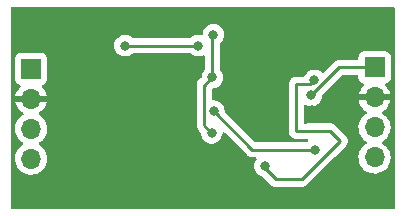
<source format=gbr>
%TF.GenerationSoftware,KiCad,Pcbnew,(6.0.4-0)*%
%TF.CreationDate,2022-05-03T23:28:53-04:00*%
%TF.ProjectId,antennaamp,616e7465-6e6e-4616-916d-702e6b696361,rev?*%
%TF.SameCoordinates,Original*%
%TF.FileFunction,Copper,L2,Bot*%
%TF.FilePolarity,Positive*%
%FSLAX46Y46*%
G04 Gerber Fmt 4.6, Leading zero omitted, Abs format (unit mm)*
G04 Created by KiCad (PCBNEW (6.0.4-0)) date 2022-05-03 23:28:53*
%MOMM*%
%LPD*%
G01*
G04 APERTURE LIST*
%TA.AperFunction,ComponentPad*%
%ADD10R,1.700000X1.700000*%
%TD*%
%TA.AperFunction,ComponentPad*%
%ADD11O,1.700000X1.700000*%
%TD*%
%TA.AperFunction,ViaPad*%
%ADD12C,0.800000*%
%TD*%
%TA.AperFunction,Conductor*%
%ADD13C,0.250000*%
%TD*%
G04 APERTURE END LIST*
D10*
%TO.P,J2,1,Pin_1*%
%TO.N,Net-(J2-Pad1)*%
X62625000Y-59125000D03*
D11*
%TO.P,J2,2,Pin_2*%
%TO.N,GND*%
X62625000Y-61665000D03*
%TO.P,J2,3,Pin_3*%
%TO.N,unconnected-(J2-Pad3)*%
X62625000Y-64205000D03*
%TO.P,J2,4,Pin_4*%
%TO.N,unconnected-(J2-Pad4)*%
X62625000Y-66745000D03*
%TD*%
D10*
%TO.P,J1,1,Pin_1*%
%TO.N,+12V*%
X91700000Y-59025000D03*
D11*
%TO.P,J1,2,Pin_2*%
%TO.N,GND*%
X91700000Y-61565000D03*
%TO.P,J1,3,Pin_3*%
%TO.N,unconnected-(J1-Pad3)*%
X91700000Y-64105000D03*
%TO.P,J1,4,Pin_4*%
%TO.N,-12V*%
X91700000Y-66645000D03*
%TD*%
D12*
%TO.N,Net-(R3-Pad1)*%
X78050000Y-56255184D03*
X77962500Y-59862500D03*
X77900000Y-64575000D03*
%TO.N,Net-(C6-Pad1)*%
X82400000Y-67375000D03*
X86600201Y-60125201D03*
%TO.N,Net-(C1-Pad2)*%
X76775000Y-57175000D03*
X70575000Y-57175000D03*
%TO.N,GND*%
X86425000Y-62625000D03*
X88300000Y-62625000D03*
%TO.N,-12V*%
X78100000Y-62725000D03*
X86650000Y-65975000D03*
%TO.N,+12V*%
X86350000Y-61400000D03*
%TD*%
D13*
%TO.N,Net-(R3-Pad1)*%
X77962500Y-59862500D02*
X77962500Y-56342684D01*
X77962500Y-56342684D02*
X78050000Y-56255184D01*
X77962500Y-59862500D02*
X77337989Y-60487011D01*
X77337989Y-60487011D02*
X77275000Y-60487011D01*
X77275000Y-60487011D02*
X77275000Y-63912989D01*
X77375489Y-64050489D02*
X77900000Y-64575000D01*
%TO.N,Net-(C6-Pad1)*%
X85075000Y-64425000D02*
X85075000Y-60450000D01*
X85075000Y-60450000D02*
X86275402Y-60450000D01*
X86275402Y-60450000D02*
X86600201Y-60125201D01*
X82400000Y-67375000D02*
X82400000Y-67575000D01*
X82400000Y-67575000D02*
X83325000Y-68500000D01*
X87925000Y-64375000D02*
X86174614Y-64375000D01*
X88800000Y-65250000D02*
X87925000Y-64375000D01*
X86174614Y-64375000D02*
X86124614Y-64425000D01*
X83325000Y-68500000D02*
X85550000Y-68500000D01*
X85550000Y-68500000D02*
X88800000Y-65250000D01*
X86124614Y-64425000D02*
X85075000Y-64425000D01*
%TO.N,Net-(C1-Pad2)*%
X76775000Y-57175000D02*
X70575000Y-57175000D01*
%TO.N,GND*%
X88300000Y-62625000D02*
X86425000Y-62625000D01*
%TO.N,-12V*%
X81350000Y-65975000D02*
X78100000Y-62725000D01*
X86650000Y-65975000D02*
X81350000Y-65975000D01*
%TO.N,+12V*%
X88725000Y-59025000D02*
X91700000Y-59025000D01*
X86350000Y-61400000D02*
X88725000Y-59025000D01*
%TD*%
%TA.AperFunction,Conductor*%
%TO.N,GND*%
G36*
X93383621Y-53903502D02*
G01*
X93430114Y-53957158D01*
X93441500Y-54009500D01*
X93441500Y-70915500D01*
X93421498Y-70983621D01*
X93367842Y-71030114D01*
X93315500Y-71041500D01*
X61059500Y-71041500D01*
X60991379Y-71021498D01*
X60944886Y-70967842D01*
X60933500Y-70915500D01*
X60933500Y-66711695D01*
X61262251Y-66711695D01*
X61262548Y-66716848D01*
X61262548Y-66716851D01*
X61268427Y-66818810D01*
X61275110Y-66934715D01*
X61276247Y-66939761D01*
X61276248Y-66939767D01*
X61279091Y-66952380D01*
X61324222Y-67152639D01*
X61408266Y-67359616D01*
X61459019Y-67442438D01*
X61513987Y-67532137D01*
X61524987Y-67550088D01*
X61671250Y-67718938D01*
X61843126Y-67861632D01*
X62036000Y-67974338D01*
X62040825Y-67976180D01*
X62040826Y-67976181D01*
X62046553Y-67978368D01*
X62244692Y-68054030D01*
X62249760Y-68055061D01*
X62249763Y-68055062D01*
X62357017Y-68076883D01*
X62463597Y-68098567D01*
X62468772Y-68098757D01*
X62468774Y-68098757D01*
X62681673Y-68106564D01*
X62681677Y-68106564D01*
X62686837Y-68106753D01*
X62691957Y-68106097D01*
X62691959Y-68106097D01*
X62903288Y-68079025D01*
X62903289Y-68079025D01*
X62908416Y-68078368D01*
X62913366Y-68076883D01*
X63117429Y-68015661D01*
X63117434Y-68015659D01*
X63122384Y-68014174D01*
X63322994Y-67915896D01*
X63504860Y-67786173D01*
X63532804Y-67758327D01*
X63659435Y-67632137D01*
X63663096Y-67628489D01*
X63667587Y-67622240D01*
X63790435Y-67451277D01*
X63793453Y-67447077D01*
X63829076Y-67375000D01*
X63890136Y-67251453D01*
X63890137Y-67251451D01*
X63892430Y-67246811D01*
X63957370Y-67033069D01*
X63986529Y-66811590D01*
X63987917Y-66754802D01*
X63988074Y-66748365D01*
X63988074Y-66748361D01*
X63988156Y-66745000D01*
X63969852Y-66522361D01*
X63915431Y-66305702D01*
X63826354Y-66100840D01*
X63742797Y-65971680D01*
X63707822Y-65917617D01*
X63707820Y-65917614D01*
X63705014Y-65913277D01*
X63554670Y-65748051D01*
X63550619Y-65744852D01*
X63550615Y-65744848D01*
X63383414Y-65612800D01*
X63383410Y-65612798D01*
X63379359Y-65609598D01*
X63338053Y-65586796D01*
X63288084Y-65536364D01*
X63273312Y-65466921D01*
X63298428Y-65400516D01*
X63325780Y-65373909D01*
X63377453Y-65337051D01*
X63504860Y-65246173D01*
X63527898Y-65223216D01*
X63620674Y-65130763D01*
X63663096Y-65088489D01*
X63667587Y-65082240D01*
X63790435Y-64911277D01*
X63793453Y-64907077D01*
X63814022Y-64865460D01*
X63890136Y-64711453D01*
X63890137Y-64711451D01*
X63892430Y-64706811D01*
X63939407Y-64552191D01*
X63955865Y-64498023D01*
X63955865Y-64498021D01*
X63957370Y-64493069D01*
X63986529Y-64271590D01*
X63988156Y-64205000D01*
X63969852Y-63982361D01*
X63915431Y-63765702D01*
X63826354Y-63560840D01*
X63742797Y-63431680D01*
X63707822Y-63377617D01*
X63707820Y-63377614D01*
X63705014Y-63373277D01*
X63554670Y-63208051D01*
X63550619Y-63204852D01*
X63550615Y-63204848D01*
X63383414Y-63072800D01*
X63383410Y-63072798D01*
X63379359Y-63069598D01*
X63337569Y-63046529D01*
X63287598Y-62996097D01*
X63272826Y-62926654D01*
X63297942Y-62860248D01*
X63325294Y-62833641D01*
X63500328Y-62708792D01*
X63508200Y-62702139D01*
X63659052Y-62551812D01*
X63665730Y-62543965D01*
X63790003Y-62371020D01*
X63795313Y-62362183D01*
X63889670Y-62171267D01*
X63893469Y-62161672D01*
X63955377Y-61957910D01*
X63957555Y-61947837D01*
X63958986Y-61936962D01*
X63956775Y-61922778D01*
X63943617Y-61919000D01*
X61308225Y-61919000D01*
X61294694Y-61922973D01*
X61293257Y-61932966D01*
X61323565Y-62067446D01*
X61326645Y-62077275D01*
X61406770Y-62274603D01*
X61411413Y-62283794D01*
X61522694Y-62465388D01*
X61528777Y-62473699D01*
X61668213Y-62634667D01*
X61675580Y-62641883D01*
X61839434Y-62777916D01*
X61847881Y-62783831D01*
X61916969Y-62824203D01*
X61965693Y-62875842D01*
X61978764Y-62945625D01*
X61952033Y-63011396D01*
X61911584Y-63044752D01*
X61898607Y-63051507D01*
X61894474Y-63054610D01*
X61894471Y-63054612D01*
X61724100Y-63182530D01*
X61719965Y-63185635D01*
X61565629Y-63347138D01*
X61439743Y-63531680D01*
X61345688Y-63734305D01*
X61285989Y-63949570D01*
X61262251Y-64171695D01*
X61262548Y-64176848D01*
X61262548Y-64176851D01*
X61272537Y-64350096D01*
X61275110Y-64394715D01*
X61276247Y-64399761D01*
X61276248Y-64399767D01*
X61290025Y-64460897D01*
X61324222Y-64612639D01*
X61408266Y-64819616D01*
X61436359Y-64865460D01*
X61513987Y-64992137D01*
X61524987Y-65010088D01*
X61671250Y-65178938D01*
X61790795Y-65278186D01*
X61836480Y-65316114D01*
X61843126Y-65321632D01*
X61864870Y-65334338D01*
X61916445Y-65364476D01*
X61965169Y-65416114D01*
X61978240Y-65485897D01*
X61951509Y-65551669D01*
X61911055Y-65585027D01*
X61898607Y-65591507D01*
X61894474Y-65594610D01*
X61894471Y-65594612D01*
X61724100Y-65722530D01*
X61719965Y-65725635D01*
X61565629Y-65887138D01*
X61439743Y-66071680D01*
X61345688Y-66274305D01*
X61285989Y-66489570D01*
X61262251Y-66711695D01*
X60933500Y-66711695D01*
X60933500Y-60023134D01*
X61266500Y-60023134D01*
X61273255Y-60085316D01*
X61324385Y-60221705D01*
X61411739Y-60338261D01*
X61528295Y-60425615D01*
X61536704Y-60428767D01*
X61536705Y-60428768D01*
X61645960Y-60469726D01*
X61702725Y-60512367D01*
X61727425Y-60578929D01*
X61712218Y-60648278D01*
X61692825Y-60674759D01*
X61569590Y-60803717D01*
X61563104Y-60811727D01*
X61443098Y-60987649D01*
X61438000Y-60996623D01*
X61348338Y-61189783D01*
X61344775Y-61199470D01*
X61289389Y-61399183D01*
X61290912Y-61407607D01*
X61303292Y-61411000D01*
X63943344Y-61411000D01*
X63956875Y-61407027D01*
X63958180Y-61397947D01*
X63916214Y-61230875D01*
X63912894Y-61221124D01*
X63827972Y-61025814D01*
X63823105Y-61016739D01*
X63707426Y-60837926D01*
X63701136Y-60829757D01*
X63557293Y-60671677D01*
X63526241Y-60607831D01*
X63534635Y-60537333D01*
X63579812Y-60482564D01*
X63606256Y-60468895D01*
X63713297Y-60428767D01*
X63721705Y-60425615D01*
X63838261Y-60338261D01*
X63925615Y-60221705D01*
X63976745Y-60085316D01*
X63983500Y-60023134D01*
X63983500Y-58226866D01*
X63976745Y-58164684D01*
X63925615Y-58028295D01*
X63838261Y-57911739D01*
X63721705Y-57824385D01*
X63585316Y-57773255D01*
X63523134Y-57766500D01*
X61726866Y-57766500D01*
X61664684Y-57773255D01*
X61528295Y-57824385D01*
X61411739Y-57911739D01*
X61324385Y-58028295D01*
X61273255Y-58164684D01*
X61266500Y-58226866D01*
X61266500Y-60023134D01*
X60933500Y-60023134D01*
X60933500Y-57175000D01*
X69661496Y-57175000D01*
X69681458Y-57364928D01*
X69740473Y-57546556D01*
X69835960Y-57711944D01*
X69840378Y-57716851D01*
X69840379Y-57716852D01*
X69934364Y-57821233D01*
X69963747Y-57853866D01*
X70118248Y-57966118D01*
X70124276Y-57968802D01*
X70124278Y-57968803D01*
X70276785Y-58036703D01*
X70292712Y-58043794D01*
X70386113Y-58063647D01*
X70473056Y-58082128D01*
X70473061Y-58082128D01*
X70479513Y-58083500D01*
X70670487Y-58083500D01*
X70676939Y-58082128D01*
X70676944Y-58082128D01*
X70763887Y-58063647D01*
X70857288Y-58043794D01*
X70873215Y-58036703D01*
X71025722Y-57968803D01*
X71025724Y-57968802D01*
X71031752Y-57966118D01*
X71186253Y-57853866D01*
X71190668Y-57848963D01*
X71195580Y-57844540D01*
X71196705Y-57845789D01*
X71250014Y-57812949D01*
X71283200Y-57808500D01*
X76066800Y-57808500D01*
X76134921Y-57828502D01*
X76154147Y-57844843D01*
X76154420Y-57844540D01*
X76159332Y-57848963D01*
X76163747Y-57853866D01*
X76318248Y-57966118D01*
X76324276Y-57968802D01*
X76324278Y-57968803D01*
X76476785Y-58036703D01*
X76492712Y-58043794D01*
X76586113Y-58063647D01*
X76673056Y-58082128D01*
X76673061Y-58082128D01*
X76679513Y-58083500D01*
X76870487Y-58083500D01*
X76876939Y-58082128D01*
X76876944Y-58082128D01*
X76963887Y-58063647D01*
X77057288Y-58043794D01*
X77063315Y-58041111D01*
X77063323Y-58041108D01*
X77151752Y-58001737D01*
X77222119Y-57992303D01*
X77286416Y-58022410D01*
X77324229Y-58082499D01*
X77329000Y-58116844D01*
X77329000Y-59159976D01*
X77308998Y-59228097D01*
X77296642Y-59244279D01*
X77223460Y-59325556D01*
X77220159Y-59331274D01*
X77131575Y-59484706D01*
X77127973Y-59490944D01*
X77068958Y-59672572D01*
X77068269Y-59679131D01*
X77068268Y-59679134D01*
X77053392Y-59820673D01*
X77026379Y-59886329D01*
X76981151Y-59919720D01*
X76981701Y-59920721D01*
X76974749Y-59924543D01*
X76967383Y-59927459D01*
X76960975Y-59932115D01*
X76960969Y-59932118D01*
X76921948Y-59960469D01*
X76915411Y-59964912D01*
X76867982Y-59995011D01*
X76862556Y-60000789D01*
X76862555Y-60000790D01*
X76862341Y-60001018D01*
X76844554Y-60016699D01*
X76844309Y-60016877D01*
X76844307Y-60016879D01*
X76837893Y-60021539D01*
X76832839Y-60027648D01*
X76832838Y-60027649D01*
X76802097Y-60064807D01*
X76796866Y-60070741D01*
X76763842Y-60105909D01*
X76763840Y-60105912D01*
X76758414Y-60111690D01*
X76754445Y-60118910D01*
X76741119Y-60138517D01*
X76740920Y-60138757D01*
X76740916Y-60138764D01*
X76735867Y-60144867D01*
X76732493Y-60152038D01*
X76711953Y-60195687D01*
X76708371Y-60202719D01*
X76681305Y-60251951D01*
X76679335Y-60259626D01*
X76679332Y-60259632D01*
X76679256Y-60259930D01*
X76671224Y-60282239D01*
X76671094Y-60282514D01*
X76671091Y-60282522D01*
X76667717Y-60289693D01*
X76657426Y-60343642D01*
X76657195Y-60344854D01*
X76655471Y-60352569D01*
X76641500Y-60406981D01*
X76641500Y-60415218D01*
X76639268Y-60438827D01*
X76637725Y-60446917D01*
X76639108Y-60468895D01*
X76641251Y-60502962D01*
X76641500Y-60510873D01*
X76641500Y-63952845D01*
X76656526Y-64071786D01*
X76715448Y-64220606D01*
X76720106Y-64227017D01*
X76720107Y-64227019D01*
X76769291Y-64294715D01*
X76809528Y-64350096D01*
X76815637Y-64355150D01*
X76817013Y-64356615D01*
X76833618Y-64378731D01*
X76842098Y-64393069D01*
X76870947Y-64441851D01*
X76952878Y-64523782D01*
X76986904Y-64586094D01*
X76989092Y-64599703D01*
X76997652Y-64681144D01*
X77001696Y-64719616D01*
X77006458Y-64764928D01*
X77065473Y-64946556D01*
X77068776Y-64952278D01*
X77068777Y-64952279D01*
X77090400Y-64989731D01*
X77160960Y-65111944D01*
X77165378Y-65116851D01*
X77165379Y-65116852D01*
X77259723Y-65221632D01*
X77288747Y-65253866D01*
X77443248Y-65366118D01*
X77449276Y-65368802D01*
X77449278Y-65368803D01*
X77604824Y-65438056D01*
X77617712Y-65443794D01*
X77711112Y-65463647D01*
X77798056Y-65482128D01*
X77798061Y-65482128D01*
X77804513Y-65483500D01*
X77995487Y-65483500D01*
X78001939Y-65482128D01*
X78001944Y-65482128D01*
X78088888Y-65463647D01*
X78182288Y-65443794D01*
X78195176Y-65438056D01*
X78350722Y-65368803D01*
X78350724Y-65368802D01*
X78356752Y-65366118D01*
X78511253Y-65253866D01*
X78540277Y-65221632D01*
X78634621Y-65116852D01*
X78634622Y-65116851D01*
X78639040Y-65111944D01*
X78709600Y-64989731D01*
X78731223Y-64952279D01*
X78731224Y-64952278D01*
X78734527Y-64946556D01*
X78793542Y-64764928D01*
X78797842Y-64724020D01*
X78808774Y-64620007D01*
X78835787Y-64554350D01*
X78894009Y-64513721D01*
X78964954Y-64511018D01*
X79023179Y-64544083D01*
X79937349Y-65458254D01*
X80846348Y-66367253D01*
X80853888Y-66375539D01*
X80858000Y-66382018D01*
X80863777Y-66387443D01*
X80907651Y-66428643D01*
X80910493Y-66431398D01*
X80930230Y-66451135D01*
X80933427Y-66453615D01*
X80942447Y-66461318D01*
X80974679Y-66491586D01*
X80981625Y-66495405D01*
X80981628Y-66495407D01*
X80992434Y-66501348D01*
X81008953Y-66512199D01*
X81024959Y-66524614D01*
X81032228Y-66527759D01*
X81032232Y-66527762D01*
X81065537Y-66542174D01*
X81076187Y-66547391D01*
X81114940Y-66568695D01*
X81122615Y-66570666D01*
X81122616Y-66570666D01*
X81134562Y-66573733D01*
X81153267Y-66580137D01*
X81171855Y-66588181D01*
X81179678Y-66589420D01*
X81179688Y-66589423D01*
X81215524Y-66595099D01*
X81227144Y-66597505D01*
X81262289Y-66606528D01*
X81269970Y-66608500D01*
X81290224Y-66608500D01*
X81309934Y-66610051D01*
X81329943Y-66613220D01*
X81337835Y-66612474D01*
X81373961Y-66609059D01*
X81385819Y-66608500D01*
X81584653Y-66608500D01*
X81652774Y-66628502D01*
X81699267Y-66682158D01*
X81709371Y-66752432D01*
X81678291Y-66818808D01*
X81660960Y-66838056D01*
X81565473Y-67003444D01*
X81506458Y-67185072D01*
X81486496Y-67375000D01*
X81487186Y-67381565D01*
X81505109Y-67552090D01*
X81506458Y-67564928D01*
X81565473Y-67746556D01*
X81660960Y-67911944D01*
X81665378Y-67916851D01*
X81665379Y-67916852D01*
X81739127Y-67998757D01*
X81788747Y-68053866D01*
X81943248Y-68166118D01*
X81949276Y-68168802D01*
X81949278Y-68168803D01*
X82081453Y-68227651D01*
X82117712Y-68243794D01*
X82124164Y-68245165D01*
X82124166Y-68245166D01*
X82140460Y-68248629D01*
X82151276Y-68250928D01*
X82214176Y-68285080D01*
X82821343Y-68892247D01*
X82828887Y-68900537D01*
X82833000Y-68907018D01*
X82838777Y-68912443D01*
X82882667Y-68953658D01*
X82885509Y-68956413D01*
X82905231Y-68976135D01*
X82908355Y-68978558D01*
X82908359Y-68978562D01*
X82908424Y-68978612D01*
X82917445Y-68986317D01*
X82949679Y-69016586D01*
X82956627Y-69020405D01*
X82956629Y-69020407D01*
X82967432Y-69026346D01*
X82983959Y-69037202D01*
X82993698Y-69044757D01*
X82993700Y-69044758D01*
X82999960Y-69049614D01*
X83040540Y-69067174D01*
X83051188Y-69072391D01*
X83075976Y-69086018D01*
X83089940Y-69093695D01*
X83097616Y-69095666D01*
X83097619Y-69095667D01*
X83109562Y-69098733D01*
X83128267Y-69105137D01*
X83146855Y-69113181D01*
X83154678Y-69114420D01*
X83154688Y-69114423D01*
X83190524Y-69120099D01*
X83202144Y-69122505D01*
X83233959Y-69130673D01*
X83244970Y-69133500D01*
X83265224Y-69133500D01*
X83284934Y-69135051D01*
X83304943Y-69138220D01*
X83312835Y-69137474D01*
X83331580Y-69135702D01*
X83348962Y-69134059D01*
X83360819Y-69133500D01*
X85471233Y-69133500D01*
X85482416Y-69134027D01*
X85489909Y-69135702D01*
X85497835Y-69135453D01*
X85497836Y-69135453D01*
X85557986Y-69133562D01*
X85561945Y-69133500D01*
X85589856Y-69133500D01*
X85593791Y-69133003D01*
X85593856Y-69132995D01*
X85605693Y-69132062D01*
X85637951Y-69131048D01*
X85641970Y-69130922D01*
X85649889Y-69130673D01*
X85669343Y-69125021D01*
X85688700Y-69121013D01*
X85700930Y-69119468D01*
X85700931Y-69119468D01*
X85708797Y-69118474D01*
X85716168Y-69115555D01*
X85716170Y-69115555D01*
X85749912Y-69102196D01*
X85761142Y-69098351D01*
X85795983Y-69088229D01*
X85795984Y-69088229D01*
X85803593Y-69086018D01*
X85810412Y-69081985D01*
X85810417Y-69081983D01*
X85821028Y-69075707D01*
X85838776Y-69067012D01*
X85857617Y-69059552D01*
X85893387Y-69033564D01*
X85903307Y-69027048D01*
X85934535Y-69008580D01*
X85934538Y-69008578D01*
X85941362Y-69004542D01*
X85955683Y-68990221D01*
X85970717Y-68977380D01*
X85972431Y-68976135D01*
X85987107Y-68965472D01*
X86015298Y-68931395D01*
X86023288Y-68922616D01*
X88334210Y-66611695D01*
X90337251Y-66611695D01*
X90337548Y-66616848D01*
X90337548Y-66616851D01*
X90343011Y-66711590D01*
X90350110Y-66834715D01*
X90351247Y-66839761D01*
X90351248Y-66839767D01*
X90371119Y-66927939D01*
X90399222Y-67052639D01*
X90483266Y-67259616D01*
X90599987Y-67450088D01*
X90746250Y-67618938D01*
X90918126Y-67761632D01*
X91111000Y-67874338D01*
X91319692Y-67954030D01*
X91324760Y-67955061D01*
X91324763Y-67955062D01*
X91419508Y-67974338D01*
X91538597Y-67998567D01*
X91543772Y-67998757D01*
X91543774Y-67998757D01*
X91756673Y-68006564D01*
X91756677Y-68006564D01*
X91761837Y-68006753D01*
X91766957Y-68006097D01*
X91766959Y-68006097D01*
X91978288Y-67979025D01*
X91978289Y-67979025D01*
X91983416Y-67978368D01*
X92005538Y-67971731D01*
X92192429Y-67915661D01*
X92192434Y-67915659D01*
X92197384Y-67914174D01*
X92397994Y-67815896D01*
X92579860Y-67686173D01*
X92738096Y-67528489D01*
X92797594Y-67445689D01*
X92865435Y-67351277D01*
X92868453Y-67347077D01*
X92948521Y-67185072D01*
X92965136Y-67151453D01*
X92965137Y-67151451D01*
X92967430Y-67146811D01*
X93032370Y-66933069D01*
X93061529Y-66711590D01*
X93062845Y-66657745D01*
X93063074Y-66648365D01*
X93063074Y-66648361D01*
X93063156Y-66645000D01*
X93044852Y-66422361D01*
X92990431Y-66205702D01*
X92901354Y-66000840D01*
X92780014Y-65813277D01*
X92629670Y-65648051D01*
X92625619Y-65644852D01*
X92625615Y-65644848D01*
X92458414Y-65512800D01*
X92458410Y-65512798D01*
X92454359Y-65509598D01*
X92413053Y-65486796D01*
X92363084Y-65436364D01*
X92348312Y-65366921D01*
X92373428Y-65300516D01*
X92400780Y-65273909D01*
X92453315Y-65236436D01*
X92579860Y-65146173D01*
X92607225Y-65118904D01*
X92682844Y-65043548D01*
X92738096Y-64988489D01*
X92755598Y-64964133D01*
X92865435Y-64811277D01*
X92868453Y-64807077D01*
X92879563Y-64784599D01*
X92965136Y-64611453D01*
X92965137Y-64611451D01*
X92967430Y-64606811D01*
X93032370Y-64393069D01*
X93061529Y-64171590D01*
X93063156Y-64105000D01*
X93044852Y-63882361D01*
X92990431Y-63665702D01*
X92901354Y-63460840D01*
X92780014Y-63273277D01*
X92629670Y-63108051D01*
X92625619Y-63104852D01*
X92625615Y-63104848D01*
X92458414Y-62972800D01*
X92458410Y-62972798D01*
X92454359Y-62969598D01*
X92439940Y-62961638D01*
X92417270Y-62949124D01*
X92412569Y-62946529D01*
X92362598Y-62896097D01*
X92347826Y-62826654D01*
X92372942Y-62760248D01*
X92400294Y-62733641D01*
X92575328Y-62608792D01*
X92583200Y-62602139D01*
X92734052Y-62451812D01*
X92740730Y-62443965D01*
X92865003Y-62271020D01*
X92870313Y-62262183D01*
X92964670Y-62071267D01*
X92968469Y-62061672D01*
X93030377Y-61857910D01*
X93032555Y-61847837D01*
X93033986Y-61836962D01*
X93031775Y-61822778D01*
X93018617Y-61819000D01*
X90383225Y-61819000D01*
X90369694Y-61822973D01*
X90368257Y-61832966D01*
X90398565Y-61967446D01*
X90401645Y-61977275D01*
X90481770Y-62174603D01*
X90486413Y-62183794D01*
X90597694Y-62365388D01*
X90603777Y-62373699D01*
X90743213Y-62534667D01*
X90750580Y-62541883D01*
X90914434Y-62677916D01*
X90922881Y-62683831D01*
X90991969Y-62724203D01*
X91040693Y-62775842D01*
X91053764Y-62845625D01*
X91027033Y-62911396D01*
X90986584Y-62944752D01*
X90973607Y-62951507D01*
X90969474Y-62954610D01*
X90969471Y-62954612D01*
X90799100Y-63082530D01*
X90794965Y-63085635D01*
X90640629Y-63247138D01*
X90514743Y-63431680D01*
X90499003Y-63465590D01*
X90430535Y-63613092D01*
X90420688Y-63634305D01*
X90360989Y-63849570D01*
X90337251Y-64071695D01*
X90337548Y-64076848D01*
X90337548Y-64076851D01*
X90343011Y-64171590D01*
X90350110Y-64294715D01*
X90351247Y-64299761D01*
X90351248Y-64299767D01*
X90372275Y-64393069D01*
X90399222Y-64512639D01*
X90483266Y-64719616D01*
X90523437Y-64785170D01*
X90595726Y-64903134D01*
X90599987Y-64910088D01*
X90746250Y-65078938D01*
X90918126Y-65221632D01*
X90943460Y-65236436D01*
X90991445Y-65264476D01*
X91040169Y-65316114D01*
X91053240Y-65385897D01*
X91026509Y-65451669D01*
X90986055Y-65485027D01*
X90973607Y-65491507D01*
X90969474Y-65494610D01*
X90969471Y-65494612D01*
X90809321Y-65614856D01*
X90794965Y-65625635D01*
X90755783Y-65666637D01*
X90691956Y-65733428D01*
X90640629Y-65787138D01*
X90514743Y-65971680D01*
X90420688Y-66174305D01*
X90360989Y-66389570D01*
X90337251Y-66611695D01*
X88334210Y-66611695D01*
X89197185Y-65748720D01*
X89215455Y-65733604D01*
X89222271Y-65728972D01*
X89227951Y-65722530D01*
X89259411Y-65686845D01*
X89264830Y-65681075D01*
X89276135Y-65669770D01*
X89285943Y-65657126D01*
X89290988Y-65651028D01*
X89322878Y-65614856D01*
X89322878Y-65614855D01*
X89328120Y-65608910D01*
X89331720Y-65601845D01*
X89331860Y-65601571D01*
X89344566Y-65581550D01*
X89344752Y-65581310D01*
X89344754Y-65581306D01*
X89349614Y-65575041D01*
X89371912Y-65523513D01*
X89375282Y-65516352D01*
X89397184Y-65473366D01*
X89397185Y-65473364D01*
X89400786Y-65466296D01*
X89402585Y-65458248D01*
X89409909Y-65435707D01*
X89413181Y-65428145D01*
X89419483Y-65388357D01*
X89421967Y-65372674D01*
X89423450Y-65364901D01*
X89423545Y-65364476D01*
X89435702Y-65310091D01*
X89435443Y-65301857D01*
X89436933Y-65278186D01*
X89436980Y-65277890D01*
X89436980Y-65277885D01*
X89438220Y-65270057D01*
X89435042Y-65236436D01*
X89432936Y-65214153D01*
X89432439Y-65206255D01*
X89430923Y-65158038D01*
X89430674Y-65150111D01*
X89428376Y-65142202D01*
X89423932Y-65118904D01*
X89423903Y-65118599D01*
X89423157Y-65110708D01*
X89404131Y-65057862D01*
X89401686Y-65050336D01*
X89388229Y-65004016D01*
X89388228Y-65004014D01*
X89386018Y-64996407D01*
X89381985Y-64989587D01*
X89381982Y-64989581D01*
X89381823Y-64989312D01*
X89371733Y-64967868D01*
X89371628Y-64967577D01*
X89371624Y-64967569D01*
X89368939Y-64960111D01*
X89337354Y-64913635D01*
X89333145Y-64907004D01*
X89304542Y-64858638D01*
X89298722Y-64852818D01*
X89283606Y-64834547D01*
X89283431Y-64834290D01*
X89278972Y-64827729D01*
X89236845Y-64790589D01*
X89231074Y-64785170D01*
X88428647Y-63982742D01*
X88421113Y-63974463D01*
X88417000Y-63967982D01*
X88367348Y-63921356D01*
X88364507Y-63918602D01*
X88344770Y-63898865D01*
X88341573Y-63896385D01*
X88332551Y-63888680D01*
X88306100Y-63863841D01*
X88300321Y-63858414D01*
X88293375Y-63854595D01*
X88293372Y-63854593D01*
X88282566Y-63848652D01*
X88266047Y-63837801D01*
X88265583Y-63837441D01*
X88250041Y-63825386D01*
X88242772Y-63822241D01*
X88242768Y-63822238D01*
X88209463Y-63807826D01*
X88198813Y-63802609D01*
X88160060Y-63781305D01*
X88140437Y-63776267D01*
X88121734Y-63769863D01*
X88110420Y-63764967D01*
X88110419Y-63764967D01*
X88103145Y-63761819D01*
X88095322Y-63760580D01*
X88095312Y-63760577D01*
X88059476Y-63754901D01*
X88047856Y-63752495D01*
X88012711Y-63743472D01*
X88012710Y-63743472D01*
X88005030Y-63741500D01*
X87984776Y-63741500D01*
X87965065Y-63739949D01*
X87952886Y-63738020D01*
X87945057Y-63736780D01*
X87915786Y-63739547D01*
X87901039Y-63740941D01*
X87889181Y-63741500D01*
X86253382Y-63741500D01*
X86242199Y-63740973D01*
X86234706Y-63739298D01*
X86226780Y-63739547D01*
X86226779Y-63739547D01*
X86166616Y-63741438D01*
X86162658Y-63741500D01*
X86134758Y-63741500D01*
X86130768Y-63742004D01*
X86118934Y-63742936D01*
X86074725Y-63744326D01*
X86067109Y-63746539D01*
X86067107Y-63746539D01*
X86055266Y-63749979D01*
X86035907Y-63753988D01*
X86034597Y-63754154D01*
X86015817Y-63756526D01*
X86008451Y-63759442D01*
X86008445Y-63759444D01*
X85974712Y-63772800D01*
X85963485Y-63776644D01*
X85929569Y-63786498D01*
X85894419Y-63791500D01*
X85834500Y-63791500D01*
X85766379Y-63771498D01*
X85719886Y-63717842D01*
X85708500Y-63665500D01*
X85708500Y-62301895D01*
X85728502Y-62233774D01*
X85782158Y-62187281D01*
X85852432Y-62177177D01*
X85893176Y-62191280D01*
X85893248Y-62191118D01*
X85899276Y-62193802D01*
X85899278Y-62193803D01*
X85989055Y-62233774D01*
X86067712Y-62268794D01*
X86161113Y-62288647D01*
X86248056Y-62307128D01*
X86248061Y-62307128D01*
X86254513Y-62308500D01*
X86445487Y-62308500D01*
X86451939Y-62307128D01*
X86451944Y-62307128D01*
X86538887Y-62288647D01*
X86632288Y-62268794D01*
X86710945Y-62233774D01*
X86800722Y-62193803D01*
X86800724Y-62193802D01*
X86806752Y-62191118D01*
X86834075Y-62171267D01*
X86862157Y-62150864D01*
X86961253Y-62078866D01*
X87089040Y-61936944D01*
X87184527Y-61771556D01*
X87243542Y-61589928D01*
X87260907Y-61424706D01*
X87287920Y-61359050D01*
X87297122Y-61348782D01*
X88950499Y-59695405D01*
X89012811Y-59661379D01*
X89039594Y-59658500D01*
X90215500Y-59658500D01*
X90283621Y-59678502D01*
X90330114Y-59732158D01*
X90341500Y-59784500D01*
X90341500Y-59923134D01*
X90348255Y-59985316D01*
X90399385Y-60121705D01*
X90486739Y-60238261D01*
X90603295Y-60325615D01*
X90611704Y-60328767D01*
X90611705Y-60328768D01*
X90720960Y-60369726D01*
X90777725Y-60412367D01*
X90802425Y-60478929D01*
X90787218Y-60548278D01*
X90767825Y-60574759D01*
X90644590Y-60703717D01*
X90638104Y-60711727D01*
X90518098Y-60887649D01*
X90513000Y-60896623D01*
X90423338Y-61089783D01*
X90419775Y-61099470D01*
X90364389Y-61299183D01*
X90365912Y-61307607D01*
X90378292Y-61311000D01*
X93018344Y-61311000D01*
X93031875Y-61307027D01*
X93033180Y-61297947D01*
X92991214Y-61130875D01*
X92987894Y-61121124D01*
X92902972Y-60925814D01*
X92898105Y-60916739D01*
X92782426Y-60737926D01*
X92776136Y-60729757D01*
X92632293Y-60571677D01*
X92601241Y-60507831D01*
X92609635Y-60437333D01*
X92654812Y-60382564D01*
X92681256Y-60368895D01*
X92788297Y-60328767D01*
X92796705Y-60325615D01*
X92913261Y-60238261D01*
X93000615Y-60121705D01*
X93051745Y-59985316D01*
X93058500Y-59923134D01*
X93058500Y-58126866D01*
X93051745Y-58064684D01*
X93000615Y-57928295D01*
X92913261Y-57811739D01*
X92796705Y-57724385D01*
X92660316Y-57673255D01*
X92598134Y-57666500D01*
X90801866Y-57666500D01*
X90739684Y-57673255D01*
X90603295Y-57724385D01*
X90486739Y-57811739D01*
X90399385Y-57928295D01*
X90348255Y-58064684D01*
X90341500Y-58126866D01*
X90341500Y-58265500D01*
X90321498Y-58333621D01*
X90267842Y-58380114D01*
X90215500Y-58391500D01*
X88803767Y-58391500D01*
X88792584Y-58390973D01*
X88785091Y-58389298D01*
X88777165Y-58389547D01*
X88777164Y-58389547D01*
X88717014Y-58391438D01*
X88713055Y-58391500D01*
X88685144Y-58391500D01*
X88681210Y-58391997D01*
X88681209Y-58391997D01*
X88681144Y-58392005D01*
X88669307Y-58392938D01*
X88637490Y-58393938D01*
X88633029Y-58394078D01*
X88625110Y-58394327D01*
X88607454Y-58399456D01*
X88605658Y-58399978D01*
X88586306Y-58403986D01*
X88579235Y-58404880D01*
X88566203Y-58406526D01*
X88558834Y-58409443D01*
X88558832Y-58409444D01*
X88525097Y-58422800D01*
X88513869Y-58426645D01*
X88471407Y-58438982D01*
X88464585Y-58443016D01*
X88464579Y-58443019D01*
X88453968Y-58449294D01*
X88436218Y-58457990D01*
X88424756Y-58462528D01*
X88424751Y-58462531D01*
X88417383Y-58465448D01*
X88410968Y-58470109D01*
X88381625Y-58491427D01*
X88371707Y-58497943D01*
X88353019Y-58508995D01*
X88333637Y-58520458D01*
X88319313Y-58534782D01*
X88304281Y-58547621D01*
X88287893Y-58559528D01*
X88259712Y-58593593D01*
X88251722Y-58602373D01*
X87398350Y-59455745D01*
X87336038Y-59489771D01*
X87265223Y-59484706D01*
X87221441Y-59454924D01*
X87220778Y-59455660D01*
X87215876Y-59451246D01*
X87211454Y-59446335D01*
X87056953Y-59334083D01*
X87050925Y-59331399D01*
X87050923Y-59331398D01*
X86888520Y-59259092D01*
X86888519Y-59259092D01*
X86882489Y-59256407D01*
X86789089Y-59236554D01*
X86702145Y-59218073D01*
X86702140Y-59218073D01*
X86695688Y-59216701D01*
X86504714Y-59216701D01*
X86498262Y-59218073D01*
X86498257Y-59218073D01*
X86411313Y-59236554D01*
X86317913Y-59256407D01*
X86311883Y-59259092D01*
X86311882Y-59259092D01*
X86149479Y-59331398D01*
X86149477Y-59331399D01*
X86143449Y-59334083D01*
X85988948Y-59446335D01*
X85984527Y-59451245D01*
X85984526Y-59451246D01*
X85954399Y-59484706D01*
X85861161Y-59588257D01*
X85799299Y-59695405D01*
X85765758Y-59753500D01*
X85714376Y-59802493D01*
X85656639Y-59816500D01*
X85146793Y-59816500D01*
X85123184Y-59814268D01*
X85122881Y-59814210D01*
X85122877Y-59814210D01*
X85115094Y-59812725D01*
X85059049Y-59816251D01*
X85051138Y-59816500D01*
X85035144Y-59816500D01*
X85019270Y-59818506D01*
X85011410Y-59819248D01*
X84988763Y-59820673D01*
X84963263Y-59822277D01*
X84963262Y-59822277D01*
X84955350Y-59822775D01*
X84947809Y-59825225D01*
X84947513Y-59825321D01*
X84924369Y-59830494D01*
X84924065Y-59830532D01*
X84924060Y-59830533D01*
X84916203Y-59831526D01*
X84908838Y-59834442D01*
X84908834Y-59834443D01*
X84863989Y-59852199D01*
X84856570Y-59854871D01*
X84803125Y-59872236D01*
X84796429Y-59876486D01*
X84796428Y-59876486D01*
X84796169Y-59876650D01*
X84775042Y-59887415D01*
X84774754Y-59887529D01*
X84774749Y-59887532D01*
X84767383Y-59890448D01*
X84760975Y-59895104D01*
X84760969Y-59895107D01*
X84721948Y-59923458D01*
X84715411Y-59927901D01*
X84667982Y-59958000D01*
X84662556Y-59963778D01*
X84662555Y-59963779D01*
X84662341Y-59964007D01*
X84644554Y-59979688D01*
X84644309Y-59979866D01*
X84644307Y-59979868D01*
X84637893Y-59984528D01*
X84632839Y-59990637D01*
X84632838Y-59990638D01*
X84602097Y-60027796D01*
X84596866Y-60033730D01*
X84563842Y-60068898D01*
X84563840Y-60068901D01*
X84558414Y-60074679D01*
X84554445Y-60081899D01*
X84541119Y-60101506D01*
X84540920Y-60101746D01*
X84540916Y-60101753D01*
X84535867Y-60107856D01*
X84525969Y-60128891D01*
X84511953Y-60158676D01*
X84508371Y-60165708D01*
X84481305Y-60214940D01*
X84479335Y-60222615D01*
X84479332Y-60222621D01*
X84479256Y-60222919D01*
X84471224Y-60245228D01*
X84471094Y-60245503D01*
X84471091Y-60245511D01*
X84467717Y-60252682D01*
X84460657Y-60289693D01*
X84457195Y-60307843D01*
X84455471Y-60315558D01*
X84441500Y-60369970D01*
X84441500Y-60378207D01*
X84439268Y-60401816D01*
X84437725Y-60409906D01*
X84440551Y-60454828D01*
X84441251Y-60465951D01*
X84441500Y-60473862D01*
X84441500Y-64353207D01*
X84439268Y-64376816D01*
X84439210Y-64377118D01*
X84439210Y-64377123D01*
X84437725Y-64384906D01*
X84438660Y-64399767D01*
X84441251Y-64440945D01*
X84441500Y-64448857D01*
X84441500Y-64464856D01*
X84443506Y-64480730D01*
X84444248Y-64488590D01*
X84447775Y-64544650D01*
X84450225Y-64552191D01*
X84450321Y-64552487D01*
X84455494Y-64575631D01*
X84455532Y-64575935D01*
X84455533Y-64575940D01*
X84456526Y-64583797D01*
X84459442Y-64591162D01*
X84459443Y-64591166D01*
X84477199Y-64636011D01*
X84479871Y-64643430D01*
X84497236Y-64696875D01*
X84501486Y-64703571D01*
X84501486Y-64703572D01*
X84501650Y-64703831D01*
X84512415Y-64724958D01*
X84512529Y-64725246D01*
X84512532Y-64725251D01*
X84515448Y-64732617D01*
X84520104Y-64739025D01*
X84520107Y-64739031D01*
X84548458Y-64778052D01*
X84552901Y-64784589D01*
X84583000Y-64832018D01*
X84588778Y-64837444D01*
X84588779Y-64837445D01*
X84589007Y-64837659D01*
X84604688Y-64855446D01*
X84609528Y-64862107D01*
X84615637Y-64867161D01*
X84615638Y-64867162D01*
X84652796Y-64897903D01*
X84658730Y-64903134D01*
X84693898Y-64936158D01*
X84693901Y-64936160D01*
X84699679Y-64941586D01*
X84706903Y-64945558D01*
X84726506Y-64958881D01*
X84726746Y-64959080D01*
X84726753Y-64959084D01*
X84732856Y-64964133D01*
X84764597Y-64979069D01*
X84783676Y-64988047D01*
X84790708Y-64991629D01*
X84839940Y-65018695D01*
X84847615Y-65020665D01*
X84847621Y-65020668D01*
X84847919Y-65020744D01*
X84870228Y-65028776D01*
X84870503Y-65028906D01*
X84870511Y-65028909D01*
X84877682Y-65032283D01*
X84932849Y-65042806D01*
X84940558Y-65044529D01*
X84974551Y-65053257D01*
X84987293Y-65056529D01*
X84987294Y-65056529D01*
X84994970Y-65058500D01*
X85003207Y-65058500D01*
X85026816Y-65060732D01*
X85027119Y-65060790D01*
X85027123Y-65060790D01*
X85034906Y-65062275D01*
X85090951Y-65058749D01*
X85098862Y-65058500D01*
X85978034Y-65058500D01*
X86046155Y-65078502D01*
X86092648Y-65132158D01*
X86102752Y-65202432D01*
X86073258Y-65267012D01*
X86052095Y-65286436D01*
X86038747Y-65296134D01*
X86034332Y-65301037D01*
X86029420Y-65305460D01*
X86028295Y-65304211D01*
X85974986Y-65337051D01*
X85941800Y-65341500D01*
X81664594Y-65341500D01*
X81596473Y-65321498D01*
X81575499Y-65304595D01*
X79047122Y-62776217D01*
X79013096Y-62713905D01*
X79010907Y-62700292D01*
X78994232Y-62541635D01*
X78994232Y-62541633D01*
X78993542Y-62535072D01*
X78934527Y-62353444D01*
X78839040Y-62188056D01*
X78739293Y-62077275D01*
X78715675Y-62051045D01*
X78715674Y-62051044D01*
X78711253Y-62046134D01*
X78589824Y-61957910D01*
X78562094Y-61937763D01*
X78562093Y-61937762D01*
X78556752Y-61933882D01*
X78550724Y-61931198D01*
X78550722Y-61931197D01*
X78388319Y-61858891D01*
X78388318Y-61858891D01*
X78382288Y-61856206D01*
X78272953Y-61832966D01*
X78201944Y-61817872D01*
X78201939Y-61817872D01*
X78195487Y-61816500D01*
X78034500Y-61816500D01*
X77966379Y-61796498D01*
X77919886Y-61742842D01*
X77908500Y-61690500D01*
X77908500Y-60897000D01*
X77928502Y-60828879D01*
X77982158Y-60782386D01*
X78034500Y-60771000D01*
X78057987Y-60771000D01*
X78064439Y-60769628D01*
X78064444Y-60769628D01*
X78151388Y-60751147D01*
X78244788Y-60731294D01*
X78250819Y-60728609D01*
X78413222Y-60656303D01*
X78413224Y-60656302D01*
X78419252Y-60653618D01*
X78573753Y-60541366D01*
X78625856Y-60483500D01*
X78697121Y-60404352D01*
X78697122Y-60404351D01*
X78701540Y-60399444D01*
X78769050Y-60282514D01*
X78793723Y-60239779D01*
X78793724Y-60239778D01*
X78797027Y-60234056D01*
X78856042Y-60052428D01*
X78858647Y-60027649D01*
X78875314Y-59869065D01*
X78876004Y-59862500D01*
X78870825Y-59813223D01*
X78856732Y-59679135D01*
X78856732Y-59679133D01*
X78856042Y-59672572D01*
X78797027Y-59490944D01*
X78793426Y-59484706D01*
X78704841Y-59331274D01*
X78701540Y-59325556D01*
X78628363Y-59244285D01*
X78597647Y-59180279D01*
X78596000Y-59159976D01*
X78596000Y-57045659D01*
X78616002Y-56977538D01*
X78647939Y-56943723D01*
X78661253Y-56934050D01*
X78789040Y-56792128D01*
X78847314Y-56691194D01*
X78881223Y-56632463D01*
X78881224Y-56632462D01*
X78884527Y-56626740D01*
X78943542Y-56445112D01*
X78949978Y-56383882D01*
X78962814Y-56261749D01*
X78963504Y-56255184D01*
X78943542Y-56065256D01*
X78884527Y-55883628D01*
X78789040Y-55718240D01*
X78661253Y-55576318D01*
X78506752Y-55464066D01*
X78500724Y-55461382D01*
X78500722Y-55461381D01*
X78338319Y-55389075D01*
X78338318Y-55389075D01*
X78332288Y-55386390D01*
X78238888Y-55366537D01*
X78151944Y-55348056D01*
X78151939Y-55348056D01*
X78145487Y-55346684D01*
X77954513Y-55346684D01*
X77948061Y-55348056D01*
X77948056Y-55348056D01*
X77861112Y-55366537D01*
X77767712Y-55386390D01*
X77761682Y-55389075D01*
X77761681Y-55389075D01*
X77599278Y-55461381D01*
X77599276Y-55461382D01*
X77593248Y-55464066D01*
X77438747Y-55576318D01*
X77310960Y-55718240D01*
X77215473Y-55883628D01*
X77156458Y-56065256D01*
X77155769Y-56071815D01*
X77155768Y-56071818D01*
X77144147Y-56182389D01*
X77117134Y-56248045D01*
X77058912Y-56288675D01*
X76992640Y-56292464D01*
X76876953Y-56267873D01*
X76876940Y-56267872D01*
X76870487Y-56266500D01*
X76679513Y-56266500D01*
X76673061Y-56267872D01*
X76673056Y-56267872D01*
X76586112Y-56286353D01*
X76492712Y-56306206D01*
X76486682Y-56308891D01*
X76486681Y-56308891D01*
X76324278Y-56381197D01*
X76324276Y-56381198D01*
X76318248Y-56383882D01*
X76312907Y-56387762D01*
X76312906Y-56387763D01*
X76185329Y-56480454D01*
X76163747Y-56496134D01*
X76159332Y-56501037D01*
X76154420Y-56505460D01*
X76153295Y-56504211D01*
X76099986Y-56537051D01*
X76066800Y-56541500D01*
X71283200Y-56541500D01*
X71215079Y-56521498D01*
X71195853Y-56505157D01*
X71195580Y-56505460D01*
X71190668Y-56501037D01*
X71186253Y-56496134D01*
X71164671Y-56480454D01*
X71037094Y-56387763D01*
X71037093Y-56387762D01*
X71031752Y-56383882D01*
X71025724Y-56381198D01*
X71025722Y-56381197D01*
X70863319Y-56308891D01*
X70863318Y-56308891D01*
X70857288Y-56306206D01*
X70763888Y-56286353D01*
X70676944Y-56267872D01*
X70676939Y-56267872D01*
X70670487Y-56266500D01*
X70479513Y-56266500D01*
X70473061Y-56267872D01*
X70473056Y-56267872D01*
X70386112Y-56286353D01*
X70292712Y-56306206D01*
X70286682Y-56308891D01*
X70286681Y-56308891D01*
X70124278Y-56381197D01*
X70124276Y-56381198D01*
X70118248Y-56383882D01*
X69963747Y-56496134D01*
X69835960Y-56638056D01*
X69832659Y-56643774D01*
X69744173Y-56797036D01*
X69740473Y-56803444D01*
X69681458Y-56985072D01*
X69661496Y-57175000D01*
X60933500Y-57175000D01*
X60933500Y-54009500D01*
X60953502Y-53941379D01*
X61007158Y-53894886D01*
X61059500Y-53883500D01*
X93315500Y-53883500D01*
X93383621Y-53903502D01*
G37*
%TD.AperFunction*%
%TD*%
M02*

</source>
